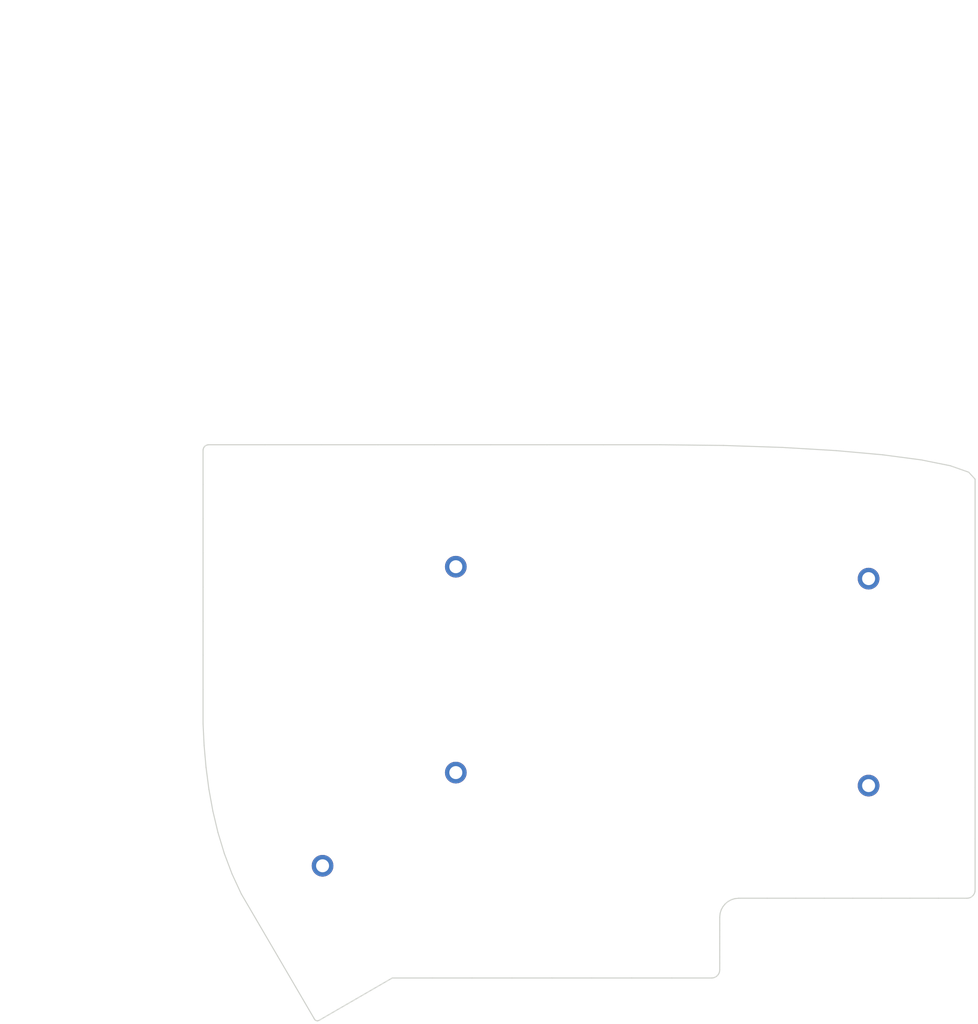
<source format=kicad_pcb>
(kicad_pcb (version 20240108) (generator "pcbnew") (generator_version "8.0")
  (layers (0 "F.Cu" signal) (31 "B.Cu" signal) (34 "B.Paste" user) (35 "F.Paste" user) (36 "B.SilkS" user "B.Silkscreen") (37 "F.SilkS" user "F.Silkscreen") (38 "B.Mask" user) (39 "F.Mask" user) (44 "Edge.Cuts" user))
  (net 0 "")
  (net 1 "GND")
  (footprint "Lily58-footprint:M2_HOLE_PCB" (layer "F.Cu") (at 129.6 59.6)
    (property "Reference" "TH3" (hide yes))
    (property "Value" "HOLE")
    (pad "" thru_hole circle (at 0 0) (size 4 4) (drill 2.4) (layers "*.Cu" "*.Mask"))
  )
  (footprint "Lily58-footprint:M2_HOLE_PCB" (layer "F.Cu") (at 205.8 61.8)
    (property "Reference" "TH4" (hide yes))
    (property "Value" "HOLE")
    (pad "" thru_hole circle (at 0 0) (size 4 4) (drill 2.4) (layers "*.Cu" "*.Mask"))
  )
  (footprint "Lily58-footprint:M2_HOLE_PCB" (layer "F.Cu") (at 129.6 97.6)
    (property "Reference" "TH5" (hide yes))
    (property "Value" "HOLE")
    (pad "" thru_hole circle (at 0 0) (size 4 4) (drill 2.4) (layers "*.Cu" "*.Mask"))
  )
  (footprint "Lily58-footprint:M2_HOLE_PCB" (layer "F.Cu") (at 205.8 100)
    (property "Reference" "TH6" (hide yes))
    (property "Value" "HOLE")
    (pad "" thru_hole circle (at 0 0) (size 4 4) (drill 2.4) (layers "*.Cu" "*.Mask"))
  )
  (footprint "Lily58-footprint:M2_HOLE_PCB" (layer "F.Cu") (at 105 114.8 90)
    (property "Reference" "TH7" (hide yes))
    (property "Value" "HOLE")
    (pad "" thru_hole circle (at 0 0 90) (size 4 4) (drill 2.4) (layers "*.Cu" "*.Mask"))
  )
  (gr_line (start 82.937777 88.592317) (end 83.13569 92.617561) (stroke (width 0.2)) (layer "Edge.Cuts"))
  (gr_line (start 84.747083 104.695246) (end 85.688004 108.649127) (stroke (width 0.2)) (layer "Edge.Cuts"))
  (gr_line (start 202.889673 120.789735) (end 208.157255 120.789735) (stroke (width 0.2)) (layer "Edge.Cuts"))
  (gr_line (start 178.288901 134.314154) (end 178.201565 134.59581) (stroke (width 0.2)) (layer "Edge.Cuts"))
  (gr_line (start 178.063349 134.850619) (end 177.880261 135.072571) (stroke (width 0.2)) (layer "Edge.Cuts"))
  (gr_line (start 208.157255 120.789735) (end 213.424836 120.789735) (stroke (width 0.2)) (layer "Edge.Cuts"))
  (gr_line (start 178.989563 37.215654) (end 167.250881 37.086762) (stroke (width 0.2)) (layer "Edge.Cuts"))
  (gr_line (start 109.483841 140.36134) (end 111.159536 139.391201) (stroke (width 0.2)) (layer "Edge.Cuts"))
  (gr_line (start 199.807654 38.170488) (end 189.919538 37.585374) (stroke (width 0.2)) (layer "Edge.Cuts"))
  (gr_line (start 82.937528 88.592229) (end 82.937528 82.285296) (stroke (width 0.2)) (layer "Edge.Cuts"))
  (gr_line (start 85.688004 108.649127) (end 86.863105 112.53067) (stroke (width 0.2)) (layer "Edge.Cuts"))
  (gr_line (start 224.262495 120.759288) (end 223.959999 120.789735) (stroke (width 0.2)) (layer "Edge.Cuts"))
  (gr_line (start 178.319348 125.507775) (end 178.319348 126.725814) (stroke (width 0.2)) (layer "Edge.Cuts"))
  (gr_line (start 104.288864 143.357278) (end 104.456758 143.271756) (stroke (width 0.2)) (layer "Edge.Cuts"))
  (gr_line (start 83.776462 37.108075) (end 83.98821 37.086762) (stroke (width 0.2)) (layer "Edge.Cuts"))
  (gr_line (start 132.602217 135.511658) (end 139.971738 135.511658) (stroke (width 0.2)) (layer "Edge.Cuts"))
  (gr_line (start 82.937528 63.364495) (end 82.937528 57.057562) (stroke (width 0.2)) (layer "Edge.Cuts"))
  (gr_line (start 178.319348 126.725814) (end 178.319348 127.943854) (stroke (width 0.2)) (layer "Edge.Cuts"))
  (gr_line (start 98.371341 134.32002) (end 100.047036 137.18634) (stroke (width 0.2)) (layer "Edge.Cuts"))
  (gr_line (start 93.344258 125.721062) (end 95.019952 128.587381) (stroke (width 0.2)) (layer "Edge.Cuts"))
  (gr_line (start 197.622092 120.789735) (end 202.889673 120.789735) (stroke (width 0.2)) (layer "Edge.Cuts"))
  (gr_line (start 215.525697 39.885159) (end 208.420758 38.945561) (stroke (width 0.2)) (layer "Edge.Cuts"))
  (gr_line (start 103.981252 143.413974) (end 104.130206 143.404468) (stroke (width 0.2)) (layer "Edge.Cuts"))
  (gr_line (start 225.429552 119.592231) (end 225.342217 119.873887) (stroke (width 0.2)) (layer "Edge.Cuts"))
  (gr_line (start 181.113524 120.860778) (end 181.819348 120.789735) (stroke (width 0.2)) (layer "Edge.Cuts"))
  (gr_line (start 177.880261 135.072571) (end 177.658308 135.25566) (stroke (width 0.2)) (layer "Edge.Cuts"))
  (gr_line (start 100.047036 137.18634) (end 101.72273 140.052659) (stroke (width 0.2)) (layer "Edge.Cuts"))
  (gr_line (start 225.342217 119.873887) (end 225.204001 120.128696) (stroke (width 0.2)) (layer "Edge.Cuts"))
  (gr_line (start 115.211711 37.086762) (end 104.803877 37.086762) (stroke (width 0.2)) (layer "Edge.Cuts"))
  (gr_line (start 107.808147 141.331479) (end 109.483841 140.36134) (stroke (width 0.2)) (layer "Edge.Cuts"))
  (gr_line (start 178.319348 124.289735) (end 178.390391 123.583911) (stroke (width 0.2)) (layer "Edge.Cuts"))
  (gr_line (start 178.319348 130.379933) (end 178.319348 131.597973) (stroke (width 0.2)) (layer "Edge.Cuts"))
  (gr_line (start 224.544152 120.671952) (end 224.262495 120.759288) (stroke (width 0.2)) (layer "Edge.Cuts"))
  (gr_line (start 103.398425 142.918979) (end 103.491837 143.08815) (stroke (width 0.2)) (layer "Edge.Cuts"))
  (gr_line (start 178.319348 124.289735) (end 178.319348 125.507775) (stroke (width 0.2)) (layer "Edge.Cuts"))
  (gr_line (start 154.710782 135.511658) (end 162.080304 135.511658) (stroke (width 0.2)) (layer "Edge.Cuts"))
  (gr_line (start 83.400937 37.265961) (end 83.579303 37.16921) (stroke (width 0.2)) (layer "Edge.Cuts"))
  (gr_line (start 177.658308 135.25566) (end 177.4035 135.393876) (stroke (width 0.2)) (layer "Edge.Cuts"))
  (gr_line (start 83.24557 37.394123) (end 83.400937 37.265961) (stroke (width 0.2)) (layer "Edge.Cuts"))
  (gr_line (start 125.619545 37.086762) (end 115.211711 37.086762) (stroke (width 0.2)) (layer "Edge.Cuts"))
  (gr_line (start 89.992869 119.988423) (end 91.668563 122.854742) (stroke (width 0.2)) (layer "Edge.Cuts"))
  (gr_line (start 82.937528 75.978362) (end 82.937528 69.671429) (stroke (width 0.2)) (layer "Edge.Cuts"))
  (gr_line (start 112.83523 138.421062) (end 114.510925 137.450923) (stroke (width 0.2)) (layer "Edge.Cuts"))
  (gr_line (start 103.84247 143.386445) (end 103.981252 143.413974) (stroke (width 0.2)) (layer "Edge.Cuts"))
  (gr_line (start 225.46 100.32649) (end 225.46 109.808112) (stroke (width 0.2)) (layer "Edge.Cuts"))
  (gr_line (start 187.086929 120.789735) (end 192.354511 120.789735) (stroke (width 0.2)) (layer "Edge.Cuts"))
  (gr_line (start 225.46 109.808112) (end 225.46 119.289735) (stroke (width 0.2)) (layer "Edge.Cuts"))
  (gr_line (start 125.232695 135.511658) (end 132.602217 135.511658) (stroke (width 0.2)) (layer "Edge.Cuts"))
  (gr_line (start 103.597295 143.222884) (end 103.714328 143.322532) (stroke (width 0.2)) (layer "Edge.Cuts"))
  (gr_line (start 220.889319 40.963847) (end 215.525697 39.885159) (stroke (width 0.2)) (layer "Edge.Cuts"))
  (gr_line (start 178.594174 122.926713) (end 178.916678 122.33216) (stroke (width 0.2)) (layer "Edge.Cuts"))
  (gr_line (start 162.080304 135.511658) (end 169.449826 135.511658) (stroke (width 0.2)) (layer "Edge.Cuts"))
  (gr_line (start 111.159536 139.391201) (end 112.83523 138.421062) (stroke (width 0.2)) (layer "Edge.Cuts"))
  (gr_line (start 169.449826 135.511658) (end 176.819348 135.511658) (stroke (width 0.2)) (layer "Edge.Cuts"))
  (gr_line (start 178.319348 132.816013) (end 178.319348 134.034052) (stroke (width 0.2)) (layer "Edge.Cuts"))
  (gr_line (start 94.396044 37.086762) (end 83.98821 37.086762) (stroke (width 0.2)) (layer "Edge.Cuts"))
  (gr_line (start 147.34126 135.511658) (end 154.710782 135.511658) (stroke (width 0.2)) (layer "Edge.Cuts"))
  (gr_line (start 225.46 43.436755) (end 225.46 52.918378) (stroke (width 0.2)) (layer "Edge.Cuts"))
  (gr_line (start 82.937528 44.443695) (end 82.937528 38.136762) (stroke (width 0.2)) (layer "Edge.Cuts"))
  (gr_line (start 225.459999 119.289735) (end 225.429552 119.592231) (stroke (width 0.2)) (layer "Edge.Cuts"))
  (gr_line (start 83.020657 37.727855) (end 83.117409 37.549489) (stroke (width 0.2)) (layer "Edge.Cuts"))
  (gr_line (start 103.491837 143.08815) (end 103.597295 143.222884) (stroke (width 0.2)) (layer "Edge.Cuts"))
  (gr_line (start 178.319348 129.161894) (end 178.319348 130.379933) (stroke (width 0.2)) (layer "Edge.Cuts"))
  (gr_line (start 208.420758 38.945561) (end 199.807654 38.170488) (stroke (width 0.2)) (layer "Edge.Cuts"))
  (gr_line (start 91.668563 122.854742) (end 93.344258 125.721062) (stroke (width 0.2)) (layer "Edge.Cuts"))
  (gr_line (start 82.93821 38.136762) (end 82.959523 37.925015) (stroke (width 0.2)) (layer "Edge.Cuts"))
  (gr_line (start 225.46 62.4) (end 225.46 71.881623) (stroke (width 0.2)) (layer "Edge.Cuts"))
  (gr_line (start 103.714328 143.322532) (end 103.84247 143.386445) (stroke (width 0.2)) (layer "Edge.Cuts"))
  (gr_line (start 139.971738 135.511658) (end 147.34126 135.511658) (stroke (width 0.2)) (layer "Edge.Cuts"))
  (gr_line (start 117.863173 135.511658) (end 125.232695 135.511658) (stroke (width 0.2)) (layer "Edge.Cuts"))
  (gr_line (start 180.456326 121.064561) (end 181.113524 120.860778) (stroke (width 0.2)) (layer "Edge.Cuts"))
  (gr_line (start 225.46 52.918378) (end 225.46 62.4) (stroke (width 0.2)) (layer "Edge.Cuts"))
  (gr_line (start 179.861773 121.387065) (end 180.456326 121.064561) (stroke (width 0.2)) (layer "Edge.Cuts"))
  (gr_line (start 167.250881 37.086762) (end 156.843047 37.086762) (stroke (width 0.2)) (layer "Edge.Cuts"))
  (gr_line (start 225.46 81.363245) (end 225.46 90.844867) (stroke (width 0.2)) (layer "Edge.Cuts"))
  (gr_line (start 178.319348 127.943854) (end 178.319348 129.161894) (stroke (width 0.2)) (layer "Edge.Cuts"))
  (gr_line (start 225.46 43.436755) (end 224.278471 42.15619) (stroke (width 0.2)) (layer "Edge.Cuts"))
  (gr_line (start 101.72273 140.052659) (end 103.398425 142.918979) (stroke (width 0.2)) (layer "Edge.Cuts"))
  (gr_line (start 179.343884 121.814271) (end 179.861773 121.387065) (stroke (width 0.2)) (layer "Edge.Cuts"))
  (gr_line (start 178.201565 134.59581) (end 178.063349 134.850619) (stroke (width 0.2)) (layer "Edge.Cuts"))
  (gr_line (start 225.020912 120.350648) (end 224.79896 120.533736) (stroke (width 0.2)) (layer "Edge.Cuts"))
  (gr_line (start 225.204001 120.128696) (end 225.020912 120.350648) (stroke (width 0.2)) (layer "Edge.Cuts"))
  (gr_line (start 177.121844 135.481211) (end 176.819348 135.511658) (stroke (width 0.2)) (layer "Edge.Cuts"))
  (gr_line (start 104.803877 37.086762) (end 94.396044 37.086762) (stroke (width 0.2)) (layer "Edge.Cuts"))
  (gr_line (start 82.959523 37.925015) (end 83.020657 37.727855) (stroke (width 0.2)) (layer "Edge.Cuts"))
  (gr_line (start 225.46 90.844867) (end 225.46 100.32649) (stroke (width 0.2)) (layer "Edge.Cuts"))
  (gr_line (start 146.435213 37.086762) (end 136.027379 37.086762) (stroke (width 0.2)) (layer "Edge.Cuts"))
  (gr_line (start 136.027379 37.086762) (end 125.619545 37.086762) (stroke (width 0.2)) (layer "Edge.Cuts"))
  (gr_line (start 156.843047 37.086762) (end 146.435213 37.086762) (stroke (width 0.2)) (layer "Edge.Cuts"))
  (gr_line (start 224.278471 42.15619) (end 220.889319 40.963847) (stroke (width 0.2)) (layer "Edge.Cuts"))
  (gr_line (start 104.130206 143.404468) (end 104.288864 143.357278) (stroke (width 0.2)) (layer "Edge.Cuts"))
  (gr_line (start 83.13569 92.617561) (end 83.490297 96.657663) (stroke (width 0.2)) (layer "Edge.Cuts"))
  (gr_line (start 178.390391 123.583911) (end 178.594174 122.926713) (stroke (width 0.2)) (layer "Edge.Cuts"))
  (gr_line (start 83.490297 96.657663) (end 84.020972 100.690825) (stroke (width 0.2)) (layer "Edge.Cuts"))
  (gr_line (start 82.937528 82.285296) (end 82.937528 75.978362) (stroke (width 0.2)) (layer "Edge.Cuts"))
  (gr_line (start 192.354511 120.789735) (end 197.622092 120.789735) (stroke (width 0.2)) (layer "Edge.Cuts"))
  (gr_line (start 225.46 71.881623) (end 225.46 81.363245) (stroke (width 0.2)) (layer "Edge.Cuts"))
  (gr_line (start 83.579303 37.16921) (end 83.776462 37.108075) (stroke (width 0.2)) (layer "Edge.Cuts"))
  (gr_line (start 86.863105 112.53067) (end 88.291758 116.318073) (stroke (width 0.2)) (layer "Edge.Cuts"))
  (gr_line (start 213.424836 120.789735) (end 218.692418 120.789735) (stroke (width 0.2)) (layer "Edge.Cuts"))
  (gr_line (start 106.132452 142.301617) (end 107.808147 141.331479) (stroke (width 0.2)) (layer "Edge.Cuts"))
  (gr_line (start 224.79896 120.533736) (end 224.544152 120.671952) (stroke (width 0.2)) (layer "Edge.Cuts"))
  (gr_line (start 178.319348 134.011658) (end 178.288901 134.314154) (stroke (width 0.2)) (layer "Edge.Cuts"))
  (gr_line (start 95.019952 128.587381) (end 96.695647 131.453701) (stroke (width 0.2)) (layer "Edge.Cuts"))
  (gr_line (start 114.510925 137.450923) (end 116.186619 136.480784) (stroke (width 0.2)) (layer "Edge.Cuts"))
  (gr_line (start 82.937528 57.057562) (end 82.937528 50.750629) (stroke (width 0.2)) (layer "Edge.Cuts"))
  (gr_line (start 189.919538 37.585374) (end 178.989563 37.215654) (stroke (width 0.2)) (layer "Edge.Cuts"))
  (gr_line (start 181.819348 120.789735) (end 187.086929 120.789735) (stroke (width 0.2)) (layer "Edge.Cuts"))
  (gr_line (start 104.456758 143.271756) (end 106.132452 142.301617) (stroke (width 0.2)) (layer "Edge.Cuts"))
  (gr_line (start 96.695647 131.453701) (end 98.371341 134.32002) (stroke (width 0.2)) (layer "Edge.Cuts"))
  (gr_line (start 88.291758 116.318073) (end 89.993333 119.98954) (stroke (width 0.2)) (layer "Edge.Cuts"))
  (gr_line (start 116.186619 136.480784) (end 117.862313 135.510645) (stroke (width 0.2)) (layer "Edge.Cuts"))
  (gr_line (start 82.937528 50.750629) (end 82.937528 44.443695) (stroke (width 0.2)) (layer "Edge.Cuts"))
  (gr_line (start 82.937528 69.671429) (end 82.937528 63.364495) (stroke (width 0.2)) (layer "Edge.Cuts"))
  (gr_line (start 218.692418 120.789735) (end 223.959999 120.789735) (stroke (width 0.2)) (layer "Edge.Cuts"))
  (gr_line (start 177.4035 135.393876) (end 177.121844 135.481211) (stroke (width 0.2)) (layer "Edge.Cuts"))
  (gr_line (start 178.916678 122.33216) (end 179.343884 121.814271) (stroke (width 0.2)) (layer "Edge.Cuts"))
  (gr_line (start 84.020972 100.690825) (end 84.747083 104.695246) (stroke (width 0.2)) (layer "Edge.Cuts"))
  (gr_line (start 178.319348 131.597973) (end 178.319348 132.816013) (stroke (width 0.2)) (layer "Edge.Cuts"))
  (gr_line (start 83.117409 37.549489) (end 83.24557 37.394123) (stroke (width 0.2)) (layer "Edge.Cuts"))
)
</source>
